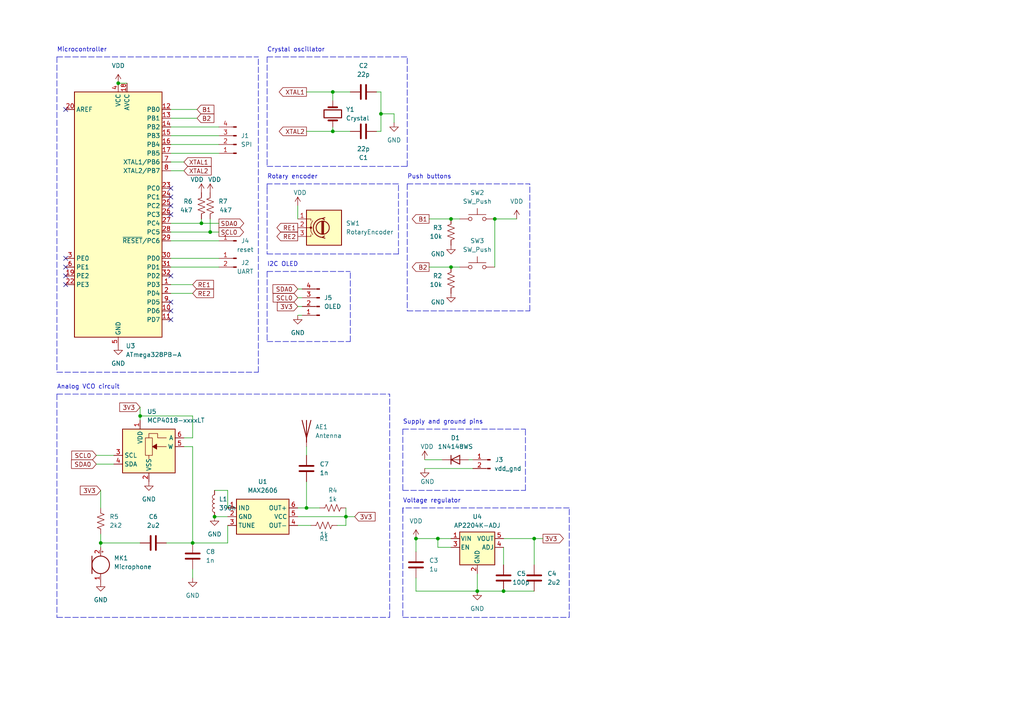
<source format=kicad_sch>
(kicad_sch (version 20230121) (generator eeschema)
  (paper "A4")
  (lib_symbols
    (symbol "Connector:Conn_01x01_Pin" (pin_names (offset 1.016) hide)
      (property "Reference" "J" (at 0 2.54 0))
      (property "Value" "Conn_01x01_Pin" (at 0 -2.54 0))
      (symbol "Conn_01x01_Pin_1_1"
        (polyline (pts (xy 1.27 0) (xy 0.8636 0)) (stroke (width 0.1524)))
        (rectangle (start 0.8636 0.127) (end 0 -0.127) (stroke (width 0.1524)) (fill (type outline)))
        (pin passive line (at 5.08 0 180) (length 3.81) (name "Pin_1") (number "1"))
      )
    )
    (symbol "Connector:Conn_01x02_Pin" (pin_names (offset 1.016) hide)
      (property "Reference" "J" (at 0 2.54 0))
      (property "Value" "Conn_01x02_Pin" (at 0 -5.08 0))
      (symbol "Conn_01x02_Pin_1_1"
        (polyline (pts (xy 1.27 -2.54) (xy 0.8636 -2.54)) (stroke (width 0.1524)))
        (polyline (pts (xy 1.27 0) (xy 0.8636 0)) (stroke (width 0.1524)))
        (rectangle (start 0.8636 -2.413) (end 0 -2.667) (stroke (width 0.1524)) (fill (type outline)))
        (rectangle (start 0.8636 0.127) (end 0 -0.127) (stroke (width 0.1524)) (fill (type outline)))
        (pin passive line (at 5.08 0 180) (length 3.81) (name "Pin_1") (number "1"))
        (pin passive line (at 5.08 -2.54 180) (length 3.81) (name "Pin_2") (number "2"))
      )
    )
    (symbol "Connector:Conn_01x04_Pin" (pin_names (offset 1.016) hide)
      (property "Reference" "J" (at 0 5.08 0))
      (property "Value" "Conn_01x04_Pin" (at 0 -7.62 0))
      (symbol "Conn_01x04_Pin_1_1"
        (polyline (pts (xy 1.27 -5.08) (xy 0.8636 -5.08)) (stroke (width 0.1524)))
        (polyline (pts (xy 1.27 -2.54) (xy 0.8636 -2.54)) (stroke (width 0.1524)))
        (polyline (pts (xy 1.27 0) (xy 0.8636 0)) (stroke (width 0.1524)))
        (polyline (pts (xy 1.27 2.54) (xy 0.8636 2.54)) (stroke (width 0.1524)))
        (rectangle (start 0.8636 -4.953) (end 0 -5.207) (stroke (width 0.1524)) (fill (type outline)))
        (rectangle (start 0.8636 -2.413) (end 0 -2.667) (stroke (width 0.1524)) (fill (type outline)))
        (rectangle (start 0.8636 0.127) (end 0 -0.127) (stroke (width 0.1524)) (fill (type outline)))
        (rectangle (start 0.8636 2.667) (end 0 2.413) (stroke (width 0.1524)) (fill (type outline)))
        (pin passive line (at 5.08 2.54 180) (length 3.81) (name "Pin_1") (number "1"))
        (pin passive line (at 5.08 0 180) (length 3.81) (name "Pin_2") (number "2"))
        (pin passive line (at 5.08 -2.54 180) (length 3.81) (name "Pin_3") (number "3"))
        (pin passive line (at 5.08 -5.08 180) (length 3.81) (name "Pin_4") (number "4"))
      )
    )
    (symbol "Device:Antenna" (pin_numbers hide) (pin_names (offset 1.016) hide)
      (property "Reference" "AE" (at -1.905 1.905 0))
      (property "Value" "Antenna" (at -1.905 0 0))
      (symbol "Antenna_0_1"
        (polyline (pts (xy 0 2.54) (xy 0 -3.81)) (stroke (width 0.254)))
        (polyline (pts (xy 1.27 2.54) (xy 0 -2.54) (xy -1.27 2.54)) (stroke (width 0.254)))
      )
      (symbol "Antenna_1_1"
        (pin input line (at 0 -5.08 90) (length 2.54) (name "A") (number "1"))
      )
    )
    (symbol "Device:C" (pin_numbers hide) (pin_names (offset 0.254))
      (property "Reference" "C" (at 0.635 2.54 0))
      (property "Value" "C" (at 0.635 -2.54 0))
      (symbol "C_0_1"
        (polyline (pts (xy -2.032 -0.762) (xy 2.032 -0.762)) (stroke (width 0.508)))
        (polyline (pts (xy -2.032 0.762) (xy 2.032 0.762)) (stroke (width 0.508)))
      )
      (symbol "C_1_1"
        (pin passive line (at 0 3.81 270) (length 2.794) (name "~") (number "1"))
        (pin passive line (at 0 -3.81 90) (length 2.794) (name "~") (number "2"))
      )
    )
    (symbol "Device:Crystal" (pin_numbers hide) (pin_names (offset 1.016) hide)
      (property "Reference" "Y" (at 0 3.81 0))
      (property "Value" "Crystal" (at 0 -3.81 0))
      (symbol "Crystal_0_1"
        (rectangle (start -1.143 2.54) (end 1.143 -2.54) (stroke (width 0.3048)))
        (polyline (pts (xy -2.54 0) (xy -1.905 0)))
        (polyline (pts (xy -1.905 -1.27) (xy -1.905 1.27)) (stroke (width 0.508)))
        (polyline (pts (xy 1.905 -1.27) (xy 1.905 1.27)) (stroke (width 0.508)))
        (polyline (pts (xy 2.54 0) (xy 1.905 0)))
      )
      (symbol "Crystal_1_1"
        (pin passive line (at -3.81 0 0) (length 1.27) (name "1") (number "1"))
        (pin passive line (at 3.81 0 180) (length 1.27) (name "2") (number "2"))
      )
    )
    (symbol "Device:L" (pin_numbers hide) (pin_names (offset 1.016) hide)
      (property "Reference" "L" (at -1.27 0 90))
      (property "Value" "L" (at 1.905 0 90))
      (symbol "L_0_1"
        (arc (start 0 -2.54) (mid 0.6323 -1.905) (end 0 -1.27))
        (arc (start 0 -1.27) (mid 0.6323 -0.635) (end 0 0))
        (arc (start 0 0) (mid 0.6323 0.635) (end 0 1.27))
        (arc (start 0 1.27) (mid 0.6323 1.905) (end 0 2.54))
      )
      (symbol "L_1_1"
        (pin passive line (at 0 3.81 270) (length 1.27) (name "1") (number "1"))
        (pin passive line (at 0 -3.81 90) (length 1.27) (name "2") (number "2"))
      )
    )
    (symbol "Device:Microphone" (pin_names (offset 0.0254) hide)
      (property "Reference" "MK" (at -3.81 1.27 0))
      (property "Value" "Microphone" (at -3.81 -0.635 0))
      (symbol "Microphone_0_1"
        (polyline (pts (xy -2.54 2.54) (xy -2.54 -2.54)) (stroke (width 0.254)))
        (polyline (pts (xy 0.254 3.81) (xy 0.762 3.81)))
        (polyline (pts (xy 0.508 4.064) (xy 0.508 3.556)))
        (circle (center 0 0) (radius 2.54) (stroke (width 0.254)))
      )
      (symbol "Microphone_1_1"
        (pin passive line (at 0 -5.08 90) (length 2.54) (name "-") (number "1"))
        (pin passive line (at 0 5.08 270) (length 2.54) (name "+") (number "2"))
      )
    )
    (symbol "Device:R_US" (pin_numbers hide) (pin_names (offset 0))
      (property "Reference" "R" (at 2.54 0 90))
      (property "Value" "R_US" (at -2.54 0 90))
      (symbol "R_US_0_1"
        (polyline (pts (xy 0 -2.286) (xy 0 -2.54)))
        (polyline (pts (xy 0 2.286) (xy 0 2.54)))
        (polyline (pts (xy 0 -0.762) (xy 1.016 -1.143) (xy 0 -1.524) (xy -1.016 -1.905) (xy 0 -2.286)))
        (polyline (pts (xy 0 0.762) (xy 1.016 0.381) (xy 0 0) (xy -1.016 -0.381) (xy 0 -0.762)))
        (polyline (pts (xy 0 2.286) (xy 1.016 1.905) (xy 0 1.524) (xy -1.016 1.143) (xy 0 0.762)))
      )
      (symbol "R_US_1_1"
        (pin passive line (at 0 3.81 270) (length 1.27) (name "~") (number "1"))
        (pin passive line (at 0 -3.81 90) (length 1.27) (name "~") (number "2"))
      )
    )
    (symbol "Device:RotaryEncoder" (pin_names (offset 0.254) hide)
      (property "Reference" "SW1" (at 6.35 1.27 0))
      (property "Value" "RotaryEncoder" (at 6.35 -1.27 0))
      (symbol "RotaryEncoder_0_1"
        (rectangle (start -5.08 5.08) (end 5.08 -5.08) (stroke (width 0.254)) (fill (type background)))
        (circle (center -3.81 0) (radius 0.254) (fill (type outline)))
        (circle (center -0.381 0) (radius 1.905) (stroke (width 0.254)))
        (arc (start -0.381 2.667) (mid -3.0988 -0.0635) (end -0.381 -2.794) (stroke (width 0.254)))
        (polyline (pts (xy -0.635 -1.778) (xy -0.635 1.778)) (stroke (width 0.254)))
        (polyline (pts (xy -0.381 -1.778) (xy -0.381 1.778)) (stroke (width 0.254)))
        (polyline (pts (xy -0.127 1.778) (xy -0.127 -1.778)) (stroke (width 0.254)))
        (polyline (pts (xy -5.08 -2.54) (xy -3.81 -2.54) (xy -3.81 -2.032)))
        (polyline (pts (xy -5.08 2.54) (xy -3.81 2.54) (xy -3.81 2.032)))
        (polyline (pts (xy 0.254 -3.048) (xy -0.508 -2.794) (xy 0.127 -2.413)) (stroke (width 0.254)))
        (polyline (pts (xy 0.254 2.921) (xy -0.508 2.667) (xy 0.127 2.286)) (stroke (width 0.254)))
        (polyline (pts (xy -5.08 0) (xy -3.81 0) (xy -3.81 -1.016) (xy -3.302 -2.032)))
        (polyline (pts (xy -4.318 0) (xy -3.81 0) (xy -3.81 1.016) (xy -3.302 2.032)))
      )
      (symbol "RotaryEncoder_1_1"
        (pin passive line (at -7.62 2.54 0) (length 2.54) (name "1") (number "1"))
        (pin passive line (at -7.62 0 0) (length 2.54) (name "2") (number "2"))
        (pin passive line (at -7.62 -2.54 0) (length 2.54) (name "3") (number "3"))
      )
    )
    (symbol "Diode:1N4148WS" (pin_numbers hide) (pin_names hide)
      (property "Reference" "D" (at 0 2.54 0))
      (property "Value" "1N4148WS" (at 0 -2.54 0))
      (symbol "1N4148WS_0_1"
        (polyline (pts (xy -1.27 1.27) (xy -1.27 -1.27)) (stroke (width 0.254)))
        (polyline (pts (xy 1.27 0) (xy -1.27 0)))
        (polyline (pts (xy 1.27 1.27) (xy 1.27 -1.27) (xy -1.27 0) (xy 1.27 1.27)) (stroke (width 0.254)))
      )
      (symbol "1N4148WS_1_1"
        (pin passive line (at -3.81 0 0) (length 2.54) (name "K") (number "1"))
        (pin passive line (at 3.81 0 180) (length 2.54) (name "A") (number "2"))
      )
    )
    (symbol "GND_1" (power) (pin_names (offset 0))
      (property "Value" "GND_1" (at 0 -3.81 0))
      (symbol "GND_1_0_1"
        (polyline (pts (xy 0 0) (xy 0 -1.27) (xy 1.27 -1.27) (xy 0 -2.54) (xy -1.27 -1.27) (xy 0 -1.27)))
      )
      (symbol "GND_1_1_1"
        (pin power_in line (at 0 0 270) (length 0) hide (name "GND") (number "1"))
      )
    )
    (symbol "GND_2" (power) (pin_names (offset 0))
      (property "Value" "GND_2" (at 0 -3.81 0))
      (symbol "GND_2_0_1"
        (polyline (pts (xy 0 0) (xy 0 -1.27) (xy 1.27 -1.27) (xy 0 -2.54) (xy -1.27 -1.27) (xy 0 -1.27)))
      )
      (symbol "GND_2_1_1"
        (pin power_in line (at 0 0 270) (length 0) hide (name "GND") (number "1"))
      )
    )
    (symbol "MAX2606_1"
      (property "Reference" "U" (at 0 6.35 0))
      (property "Value" "MAX2606" (at 0 7.62 0))
      (symbol "MAX2606_1_0_1"
        (rectangle (start -7.62 5.08) (end 7.62 -5.08) (stroke (width 0.254)) (fill (type background)))
      )
      (symbol "MAX2606_1_1_1"
        (pin input line (at -10.16 2.54 0) (length 2.54) (name "IND") (number "1"))
        (pin bidirectional line (at -10.16 0 0) (length 2.54) (name "GND") (number "2"))
        (pin input line (at -10.16 -2.54 0) (length 2.54) (name "TUNE") (number "3"))
        (pin output line (at 10.16 -2.54 180) (length 2.54) (name "OUT-") (number "4"))
        (pin power_in line (at 10.16 0 180) (length 2.54) (name "VCC") (number "5"))
        (pin output line (at 10.16 2.54 180) (length 2.54) (name "OUT+") (number "6"))
      )
    )
    (symbol "MCU_Microchip_ATmega:ATmega328PB-A"
      (property "Reference" "U" (at -12.7 36.83 0))
      (property "Value" "ATmega328PB-A" (at 2.54 -36.83 0))
      (symbol "ATmega328PB-A_0_1"
        (rectangle (start -12.7 -35.56) (end 12.7 35.56) (stroke (width 0.254)) (fill (type background)))
      )
      (symbol "ATmega328PB-A_1_1"
        (pin bidirectional line (at 15.24 -20.32 180) (length 2.54) (name "PD3") (number "1"))
        (pin bidirectional line (at 15.24 -27.94 180) (length 2.54) (name "PD6") (number "10"))
        (pin bidirectional line (at 15.24 -30.48 180) (length 2.54) (name "PD7") (number "11"))
        (pin bidirectional line (at 15.24 30.48 180) (length 2.54) (name "PB0") (number "12"))
        (pin bidirectional line (at 15.24 27.94 180) (length 2.54) (name "PB1") (number "13"))
        (pin bidirectional line (at 15.24 25.4 180) (length 2.54) (name "PB2") (number "14"))
        (pin bidirectional line (at 15.24 22.86 180) (length 2.54) (name "PB3") (number "15"))
        (pin bidirectional line (at 15.24 20.32 180) (length 2.54) (name "PB4") (number "16"))
        (pin bidirectional line (at 15.24 17.78 180) (length 2.54) (name "PB5") (number "17"))
        (pin power_in line (at 2.54 38.1 270) (length 2.54) (name "AVCC") (number "18"))
        (pin bidirectional line (at -15.24 -17.78 0) (length 2.54) (name "PE2") (number "19"))
        (pin bidirectional line (at 15.24 -22.86 180) (length 2.54) (name "PD4") (number "2"))
        (pin passive line (at -15.24 30.48 0) (length 2.54) (name "AREF") (number "20"))
        (pin passive line (at 0 -38.1 90) (length 2.54) hide (name "GND") (number "21"))
        (pin bidirectional line (at -15.24 -20.32 0) (length 2.54) (name "PE3") (number "22"))
        (pin bidirectional line (at 15.24 7.62 180) (length 2.54) (name "PC0") (number "23"))
        (pin bidirectional line (at 15.24 5.08 180) (length 2.54) (name "PC1") (number "24"))
        (pin bidirectional line (at 15.24 2.54 180) (length 2.54) (name "PC2") (number "25"))
        (pin bidirectional line (at 15.24 0 180) (length 2.54) (name "PC3") (number "26"))
        (pin bidirectional line (at 15.24 -2.54 180) (length 2.54) (name "PC4") (number "27"))
        (pin bidirectional line (at 15.24 -5.08 180) (length 2.54) (name "PC5") (number "28"))
        (pin bidirectional line (at 15.24 -7.62 180) (length 2.54) (name "~{RESET}/PC6") (number "29"))
        (pin bidirectional line (at -15.24 -12.7 0) (length 2.54) (name "PE0") (number "3"))
        (pin bidirectional line (at 15.24 -12.7 180) (length 2.54) (name "PD0") (number "30"))
        (pin bidirectional line (at 15.24 -15.24 180) (length 2.54) (name "PD1") (number "31"))
        (pin bidirectional line (at 15.24 -17.78 180) (length 2.54) (name "PD2") (number "32"))
        (pin power_in line (at 0 38.1 270) (length 2.54) (name "VCC") (number "4"))
        (pin power_in line (at 0 -38.1 90) (length 2.54) (name "GND") (number "5"))
        (pin bidirectional line (at -15.24 -15.24 0) (length 2.54) (name "PE1") (number "6"))
        (pin bidirectional line (at 15.24 15.24 180) (length 2.54) (name "XTAL1/PB6") (number "7"))
        (pin bidirectional line (at 15.24 12.7 180) (length 2.54) (name "XTAL2/PB7") (number "8"))
        (pin bidirectional line (at 15.24 -25.4 180) (length 2.54) (name "PD5") (number "9"))
      )
    )
    (symbol "Potentiometer_Digital:MCP4018-xxxxLT"
      (property "Reference" "U" (at -7.62 8.89 0))
      (property "Value" "MCP4018-xxxxLT" (at 1.27 8.89 0))
      (symbol "MCP4018-xxxxLT_0_1"
        (polyline (pts (xy 0 0) (xy 0 -1.016)))
        (polyline (pts (xy 5.08 5.08) (xy 2.54 5.08) (xy 2.54 6.35) (xy 0 6.35) (xy 0 5.08)))
      )
      (symbol "MCP4018-xxxxLT_1_1"
        (rectangle (start -7.62 7.62) (end 7.62 -5.08) (stroke (width 0.254)) (fill (type background)))
        (polyline (pts (xy 5.08 2.54) (xy 2.286 2.54)))
        (polyline (pts (xy 2.286 1.778) (xy 2.286 3.302) (xy 1.016 2.54) (xy 2.286 1.778)) (fill (type outline)))
        (rectangle (start 1.016 0) (end -1.016 5.08))
        (pin power_in line (at -2.54 10.16 270) (length 2.54) (name "VDD") (number "1"))
        (pin power_in line (at 0 -7.62 90) (length 2.54) (name "VSS") (number "2"))
        (pin input line (at -10.16 0 0) (length 2.54) (name "SCL") (number "3"))
        (pin bidirectional line (at -10.16 -2.54 0) (length 2.54) (name "SDA") (number "4"))
        (pin passive line (at 10.16 2.54 180) (length 2.54) (name "W") (number "5"))
        (pin passive line (at 10.16 5.08 180) (length 2.54) (name "A") (number "6"))
      )
    )
    (symbol "Regulator_Linear:AP2204K-ADJ" (pin_names (offset 0.254))
      (property "Reference" "U" (at -5.08 5.715 0))
      (property "Value" "AP2204K-ADJ" (at 0 5.715 0))
      (symbol "AP2204K-ADJ_0_1"
        (rectangle (start -5.08 4.445) (end 5.08 -5.08) (stroke (width 0.254)) (fill (type background)))
      )
      (symbol "AP2204K-ADJ_1_1"
        (pin power_in line (at -7.62 2.54 0) (length 2.54) (name "VIN") (number "1"))
        (pin power_in line (at 0 -7.62 90) (length 2.54) (name "GND") (number "2"))
        (pin input line (at -7.62 0 0) (length 2.54) (name "EN") (number "3"))
        (pin input line (at 7.62 0 180) (length 2.54) (name "ADJ") (number "4"))
        (pin power_out line (at 7.62 2.54 180) (length 2.54) (name "VOUT") (number "5"))
      )
    )
    (symbol "Switch:SW_Push" (pin_numbers hide) (pin_names (offset 1.016) hide)
      (property "Reference" "SW" (at 1.27 2.54 0))
      (property "Value" "SW_Push" (at 0 -1.524 0))
      (symbol "SW_Push_0_1"
        (circle (center -2.032 0) (radius 0.508))
        (polyline (pts (xy 0 1.27) (xy 0 3.048)))
        (polyline (pts (xy 2.54 1.27) (xy -2.54 1.27)))
        (circle (center 2.032 0) (radius 0.508))
        (pin passive line (at -5.08 0 0) (length 2.54) (name "1") (number "1"))
        (pin passive line (at 5.08 0 180) (length 2.54) (name "2") (number "2"))
      )
    )
    (symbol "power:GND" (power) (pin_names (offset 0))
      (property "Value" "GND" (at 0 -3.81 0))
      (symbol "GND_0_1"
        (polyline (pts (xy 0 0) (xy 0 -1.27) (xy 1.27 -1.27) (xy 0 -2.54) (xy -1.27 -1.27) (xy 0 -1.27)))
      )
      (symbol "GND_1_1"
        (pin power_in line (at 0 0 270) (length 0) hide (name "GND") (number "1"))
      )
    )
    (symbol "power:VDD" (power) (pin_names (offset 0))
      (property "Value" "VDD" (at 0 3.81 0))
      (symbol "VDD_0_1"
        (polyline (pts (xy -0.762 1.27) (xy 0 2.54)))
        (polyline (pts (xy 0 0) (xy 0 2.54)))
        (polyline (pts (xy 0 2.54) (xy 0.762 1.27)))
      )
      (symbol "VDD_1_1"
        (pin power_in line (at 0 0 90) (length 0) hide (name "VDD") (number "1"))
      )
    )
  )
  (junction (at 96.52 26.67))
  (junction (at 34.29 24.13))
  (junction (at 60.96 67.31))
  (junction (at 96.52 38.1))
  (junction (at 100.33 149.86))
  (junction (at 55.88 157.48))
  (junction (at 120.65 156.21))
  (junction (at 29.21 157.48))
  (junction (at 143.51 63.5))
  (junction (at 40.64 120.65))
  (junction (at 146.05 171.45))
  (junction (at 110.49 33.02))
  (junction (at 130.81 63.5))
  (junction (at 127 156.21))
  (junction (at 62.23 149.86))
  (junction (at 154.94 156.21))
  (junction (at 138.43 171.45))
  (junction (at 88.9 147.32))
  (junction (at 58.42 64.77))
  (junction (at 130.81 77.47))
  (no_connect (at 49.53 80.01))
  (no_connect (at 19.05 82.55))
  (no_connect (at 49.53 59.69))
  (no_connect (at 19.05 31.75))
  (no_connect (at 49.53 92.71))
  (no_connect (at 19.05 74.93))
  (no_connect (at 19.05 80.01))
  (no_connect (at 49.53 87.63))
  (no_connect (at 49.53 57.15))
  (no_connect (at 49.53 62.23))
  (no_connect (at 19.05 77.47))
  (no_connect (at 49.53 54.61))
  (no_connect (at 49.53 90.17))
  (wire (pts (xy 96.52 29.21) (xy 96.52 26.67)))
  (polyline (pts (xy 77.47 78.74) (xy 101.6 78.74)) (stroke (width 0) (type dash)))
  (polyline (pts (xy 77.47 48.26) (xy 118.11 48.26)) (stroke (width 0) (type dash)))
  (wire (pts (xy 55.88 129.54) (xy 53.34 129.54)))
  (wire (pts (xy 130.81 77.47) (xy 133.35 77.47)))
  (wire (pts (xy 55.88 129.54) (xy 55.88 157.48)))
  (wire (pts (xy 114.3 33.02) (xy 110.49 33.02)))
  (wire (pts (xy 49.53 49.53) (xy 53.34 49.53)))
  (wire (pts (xy 88.9 38.1) (xy 96.52 38.1)))
  (polyline (pts (xy 16.51 179.07) (xy 113.03 179.07)) (stroke (width 0) (type dash)))
  (polyline (pts (xy 118.11 48.26) (xy 118.11 16.51)) (stroke (width 0) (type dash)))
  (wire (pts (xy 127 156.21) (xy 120.65 156.21)))
  (polyline (pts (xy 77.47 54.61) (xy 77.47 73.66)) (stroke (width 0) (type dash)))
  (wire (pts (xy 55.88 157.48) (xy 66.04 157.48)))
  (wire (pts (xy 55.88 120.65) (xy 40.64 120.65)))
  (wire (pts (xy 34.29 24.13) (xy 36.83 24.13)))
  (wire (pts (xy 62.23 142.24) (xy 66.04 142.24)))
  (wire (pts (xy 86.36 149.86) (xy 100.33 149.86)))
  (wire (pts (xy 58.42 64.77) (xy 49.53 64.77)))
  (wire (pts (xy 130.81 156.21) (xy 127 156.21)))
  (polyline (pts (xy 16.51 16.51) (xy 74.93 16.51)) (stroke (width 0) (type dash)))
  (wire (pts (xy 154.94 156.21) (xy 154.94 163.83)))
  (wire (pts (xy 100.33 147.32) (xy 100.33 149.86)))
  (wire (pts (xy 137.16 135.89) (xy 123.19 135.89)))
  (wire (pts (xy 110.49 26.67) (xy 110.49 33.02)))
  (wire (pts (xy 49.53 34.29) (xy 57.15 34.29)))
  (wire (pts (xy 60.96 63.5) (xy 60.96 67.31)))
  (polyline (pts (xy 116.84 142.24) (xy 152.4 142.24)) (stroke (width 0) (type dash)))
  (wire (pts (xy 66.04 152.4) (xy 66.04 157.48)))
  (wire (pts (xy 109.22 26.67) (xy 110.49 26.67)))
  (polyline (pts (xy 116.84 124.46) (xy 152.4 124.46)) (stroke (width 0) (type dash)))
  (wire (pts (xy 88.9 139.7) (xy 88.9 147.32)))
  (wire (pts (xy 62.23 149.86) (xy 66.04 149.86)))
  (wire (pts (xy 138.43 166.37) (xy 138.43 171.45)))
  (wire (pts (xy 60.96 67.31) (xy 49.53 67.31)))
  (wire (pts (xy 96.52 38.1) (xy 101.6 38.1)))
  (wire (pts (xy 138.43 171.45) (xy 120.65 171.45)))
  (wire (pts (xy 130.81 63.5) (xy 133.35 63.5)))
  (wire (pts (xy 124.46 63.5) (xy 130.81 63.5)))
  (wire (pts (xy 29.21 158.75) (xy 29.21 157.48)))
  (wire (pts (xy 58.42 63.5) (xy 58.42 64.77)))
  (wire (pts (xy 110.49 33.02) (xy 110.49 38.1)))
  (wire (pts (xy 63.5 64.77) (xy 58.42 64.77)))
  (wire (pts (xy 138.43 171.45) (xy 146.05 171.45)))
  (polyline (pts (xy 165.1 179.07) (xy 165.1 147.32)) (stroke (width 0) (type dash)))
  (wire (pts (xy 55.88 127) (xy 55.88 120.65)))
  (polyline (pts (xy 77.47 73.66) (xy 115.57 73.66)) (stroke (width 0) (type dash)))
  (wire (pts (xy 114.3 35.56) (xy 114.3 33.02)))
  (wire (pts (xy 146.05 158.75) (xy 146.05 163.83)))
  (wire (pts (xy 63.5 36.83) (xy 49.53 36.83)))
  (wire (pts (xy 27.94 132.08) (xy 33.02 132.08)))
  (polyline (pts (xy 16.51 114.3) (xy 113.03 114.3)) (stroke (width 0) (type dash)))
  (wire (pts (xy 49.53 69.85) (xy 63.5 69.85)))
  (polyline (pts (xy 115.57 53.34) (xy 77.47 53.34)) (stroke (width 0) (type dash)))
  (wire (pts (xy 55.88 167.64) (xy 55.88 165.1)))
  (wire (pts (xy 146.05 171.45) (xy 154.94 171.45)))
  (wire (pts (xy 53.34 46.99) (xy 49.53 46.99)))
  (polyline (pts (xy 16.51 16.51) (xy 16.51 107.95)) (stroke (width 0) (type dash)))
  (wire (pts (xy 97.79 152.4) (xy 100.33 152.4)))
  (wire (pts (xy 63.5 41.91) (xy 49.53 41.91)))
  (wire (pts (xy 49.53 31.75) (xy 57.15 31.75)))
  (wire (pts (xy 86.36 59.69) (xy 86.36 63.5)))
  (polyline (pts (xy 118.11 53.34) (xy 118.11 90.17)) (stroke (width 0) (type dash)))
  (polyline (pts (xy 165.1 147.32) (xy 116.84 147.32)) (stroke (width 0) (type dash)))
  (wire (pts (xy 130.81 158.75) (xy 127 158.75)))
  (wire (pts (xy 120.65 156.21) (xy 120.65 160.02)))
  (polyline (pts (xy 115.57 73.66) (xy 115.57 53.34)) (stroke (width 0) (type dash)))
  (wire (pts (xy 100.33 149.86) (xy 102.87 149.86)))
  (polyline (pts (xy 116.84 179.07) (xy 165.1 179.07)) (stroke (width 0) (type dash)))
  (polyline (pts (xy 16.51 114.3) (xy 16.51 179.07)) (stroke (width 0) (type dash)))
  (wire (pts (xy 86.36 152.4) (xy 90.17 152.4)))
  (wire (pts (xy 88.9 147.32) (xy 92.71 147.32)))
  (wire (pts (xy 27.94 134.62) (xy 33.02 134.62)))
  (wire (pts (xy 63.5 44.45) (xy 49.53 44.45)))
  (wire (pts (xy 101.6 26.67) (xy 96.52 26.67)))
  (wire (pts (xy 40.64 120.65) (xy 40.64 121.92)))
  (wire (pts (xy 49.53 77.47) (xy 63.5 77.47)))
  (wire (pts (xy 63.5 67.31) (xy 60.96 67.31)))
  (wire (pts (xy 110.49 38.1) (xy 109.22 38.1)))
  (polyline (pts (xy 153.67 90.17) (xy 153.67 53.34)) (stroke (width 0) (type dash)))
  (wire (pts (xy 86.36 83.82) (xy 87.63 83.82)))
  (polyline (pts (xy 116.84 124.46) (xy 116.84 142.24)) (stroke (width 0) (type dash)))
  (wire (pts (xy 137.16 133.35) (xy 135.89 133.35)))
  (wire (pts (xy 48.26 157.48) (xy 55.88 157.48)))
  (wire (pts (xy 29.21 154.94) (xy 29.21 157.48)))
  (polyline (pts (xy 118.11 53.34) (xy 153.67 53.34)) (stroke (width 0) (type dash)))
  (polyline (pts (xy 116.84 147.32) (xy 116.84 148.59)) (stroke (width 0) (type dash)))
  (wire (pts (xy 96.52 26.67) (xy 88.9 26.67)))
  (wire (pts (xy 120.65 167.64) (xy 120.65 171.45)))
  (polyline (pts (xy 116.84 147.32) (xy 116.84 179.07)) (stroke (width 0) (type dash)))
  (wire (pts (xy 88.9 129.54) (xy 88.9 132.08)))
  (wire (pts (xy 86.36 88.9) (xy 87.63 88.9)))
  (wire (pts (xy 96.52 36.83) (xy 96.52 38.1)))
  (wire (pts (xy 143.51 63.5) (xy 149.86 63.5)))
  (polyline (pts (xy 16.51 107.95) (xy 74.93 107.95)) (stroke (width 0) (type dash)))
  (wire (pts (xy 29.21 157.48) (xy 40.64 157.48)))
  (wire (pts (xy 143.51 63.5) (xy 143.51 77.47)))
  (wire (pts (xy 100.33 152.4) (xy 100.33 149.86)))
  (polyline (pts (xy 77.47 53.34) (xy 77.47 54.61)) (stroke (width 0) (type dash)))
  (polyline (pts (xy 118.11 90.17) (xy 153.67 90.17)) (stroke (width 0) (type dash)))
  (polyline (pts (xy 77.47 16.51) (xy 77.47 48.26)) (stroke (width 0) (type dash)))
  (wire (pts (xy 29.21 142.24) (xy 29.21 147.32)))
  (wire (pts (xy 157.48 156.21) (xy 154.94 156.21)))
  (wire (pts (xy 40.64 118.11) (xy 40.64 120.65)))
  (wire (pts (xy 66.04 142.24) (xy 66.04 147.32)))
  (wire (pts (xy 86.36 86.36) (xy 87.63 86.36)))
  (polyline (pts (xy 101.6 99.06) (xy 101.6 78.74)) (stroke (width 0) (type dash)))
  (wire (pts (xy 124.46 77.47) (xy 130.81 77.47)))
  (wire (pts (xy 55.88 82.55) (xy 49.53 82.55)))
  (polyline (pts (xy 77.47 78.74) (xy 77.47 99.06)) (stroke (width 0) (type dash)))
  (wire (pts (xy 154.94 156.21) (xy 146.05 156.21)))
  (polyline (pts (xy 74.93 107.95) (xy 74.93 16.51)) (stroke (width 0) (type dash)))
  (wire (pts (xy 127 156.21) (xy 127 158.75)))
  (wire (pts (xy 49.53 74.93) (xy 63.5 74.93)))
  (wire (pts (xy 86.36 147.32) (xy 88.9 147.32)))
  (polyline (pts (xy 113.03 179.07) (xy 113.03 114.3)) (stroke (width 0) (type dash)))
  (wire (pts (xy 128.27 133.35) (xy 123.19 133.35)))
  (polyline (pts (xy 77.47 16.51) (xy 118.11 16.51)) (stroke (width 0) (type dash)))
  (wire (pts (xy 63.5 39.37) (xy 49.53 39.37)))
  (wire (pts (xy 55.88 85.09) (xy 49.53 85.09)))
  (wire (pts (xy 86.36 91.44) (xy 87.63 91.44)))
  (polyline (pts (xy 152.4 142.24) (xy 152.4 124.46)) (stroke (width 0) (type dash)))
  (wire (pts (xy 53.34 127) (xy 55.88 127)))
  (polyline (pts (xy 77.47 99.06) (xy 101.6 99.06)) (stroke (width 0) (type dash)))
  (text "Microcontroller" (at 16.51 15.24 0) (effects (font (size 1.27 1.27)) (justify left bottom)))
  (text "Analog VCO circuit" (at 16.51 113.03 0) (effects (font (size 1.27 1.27)) (justify left bottom)))
  (text "Crystal oscillator" (at 77.47 15.24 0) (effects (font (size 1.27 1.27)) (justify left bottom)))
  (text "I2C OLED" (at 77.47 77.47 0) (effects (font (size 1.27 1.27)) (justify left bottom)))
  (text "Push buttons" (at 118.11 52.07 0) (effects (font (size 1.27 1.27)) (justify left bottom)))
  (text "Supply and ground pins" (at 116.84 123.19 0) (effects (font (size 1.27 1.27)) (justify left bottom)))
  (text "Rotary encoder" (at 77.47 52.07 0) (effects (font (size 1.27 1.27)) (justify left bottom)))
  (text "Voltage regulator\n" (at 116.84 146.05 0) (effects (font (size 1.27 1.27)) (justify left bottom)))
  (global_label "3V3" (shape output) (at 157.48 156.21 0) (property "Intersheetrefs" "${INTERSHEET_REFS}" (effects hide)))
  (global_label "B2" (shape output) (at 124.46 77.47 180) (property "Intersheetrefs" "${INTERSHEET_REFS}" (effects hide)))
  (global_label "RE2" (shape output) (at 86.36 68.58 180) (property "Intersheetrefs" "${INTERSHEET_REFS}" (effects hide)))
  (global_label "RE1" (shape input) (at 55.88 82.55 0) (property "Intersheetrefs" "${INTERSHEET_REFS}" (effects hide)))
  (global_label "RE1" (shape output) (at 86.36 66.04 180) (property "Intersheetrefs" "${INTERSHEET_REFS}" (effects hide)))
  (global_label "SDA0" (shape input) (at 27.94 134.62 180) (property "Intersheetrefs" "${INTERSHEET_REFS}" (effects hide)))
  (global_label "XTAL1" (shape input) (at 53.34 46.99 0) (property "Intersheetrefs" "${INTERSHEET_REFS}" (effects hide)))
  (global_label "XTAL2" (shape input) (at 53.34 49.53 0) (property "Intersheetrefs" "${INTERSHEET_REFS}" (effects hide)))
  (global_label "XTAL2" (shape output) (at 88.9 38.1 180) (property "Intersheetrefs" "${INTERSHEET_REFS}" (effects hide)))
  (global_label "SDA0" (shape output) (at 63.5 64.77 0) (property "Intersheetrefs" "${INTERSHEET_REFS}" (effects hide)))
  (global_label "B1" (shape output) (at 124.46 63.5 180) (property "Intersheetrefs" "${INTERSHEET_REFS}" (effects hide)))
  (global_label "B2" (shape input) (at 57.15 34.29 0) (property "Intersheetrefs" "${INTERSHEET_REFS}" (effects hide)))
  (global_label "SCL0" (shape input) (at 86.36 86.36 180) (property "Intersheetrefs" "${INTERSHEET_REFS}" (effects hide)))
  (global_label "XTAL1" (shape output) (at 88.9 26.67 180) (property "Intersheetrefs" "${INTERSHEET_REFS}" (effects hide)))
  (global_label "SCL0" (shape output) (at 63.5 67.31 0) (property "Intersheetrefs" "${INTERSHEET_REFS}" (effects hide)))
  (global_label "B1" (shape input) (at 57.15 31.75 0) (property "Intersheetrefs" "${INTERSHEET_REFS}" (effects hide)))
  (global_label "RE2" (shape input) (at 55.88 85.09 0) (property "Intersheetrefs" "${INTERSHEET_REFS}" (effects hide)))
  (global_label "3V3" (shape input) (at 40.64 118.11 180) (property "Intersheetrefs" "${INTERSHEET_REFS}" (effects hide)))
  (global_label "3V3" (shape input) (at 102.87 149.86 0) (property "Intersheetrefs" "${INTERSHEET_REFS}" (effects hide)))
  (global_label "3V3" (shape input) (at 29.21 142.24 180) (property "Intersheetrefs" "${INTERSHEET_REFS}" (effects hide)))
  (global_label "SDA0" (shape input) (at 86.36 83.82 180) (property "Intersheetrefs" "${INTERSHEET_REFS}" (effects hide)))
  (global_label "SCL0" (shape input) (at 27.94 132.08 180) (property "Intersheetrefs" "${INTERSHEET_REFS}" (effects hide)))
  (global_label "3V3" (shape input) (at 86.36 88.9 180) (property "Intersheetrefs" "${INTERSHEET_REFS}" (effects hide)))
  (symbol (lib_id "Device:C") (at 154.94 167.64 0) (unit 1)
    (property "Reference" "C4" (at 158.75 166.3699 0) (effects (justify left)))
    (property "Value" "2u2" (at 158.75 168.9099 0) (effects (justify left)))
    (property "Footprint" "Capacitor_SMD:C_0603_1608Metric" (effects hide))
  )
  (symbol (lib_id "Device:Crystal") (at 96.52 33.02 90) (unit 1)
    (property "Reference" "Y1" (at 100.33 31.7499 90) (effects (justify right)))
    (property "Value" "Crystal" (at 100.33 34.2899 90) (effects (justify right)))
    (property "Footprint" "Crystal:Crystal_HC18-U_Vertical" (effects hide))
  )
  (symbol (lib_id "power:GND") (at 114.3 35.56 0) (unit 1)
    (property "Reference" "#PWR0103" (effects hide))
    (property "Value" "GND" (at 114.3 40.64 0))
  )
  (symbol (lib_id "power:GND") (at 29.21 168.91 0) (unit 1)
    (property "Reference" "#PWR0105" (effects hide))
    (property "Value" "GND" (at 29.21 173.99 0))
  )
  (symbol (lib_id "Device:C") (at 88.9 135.89 0) (unit 1)
    (property "Reference" "C7" (at 92.71 134.6199 0) (effects (justify left)))
    (property "Value" "1n" (at 92.71 137.1599 0) (effects (justify left)))
    (property "Footprint" "Capacitor_SMD:C_0603_1608Metric" (effects hide))
  )
  (symbol (lib_id "power:GND") (at 62.23 149.86 0) (unit 1)
    (property "Reference" "#PWR0102" (effects hide))
    (property "Value" "GND" (at 62.23 154.94 0))
  )
  (symbol (lib_id "Regulator_Linear:AP2204K-ADJ") (at 138.43 158.75 0) (unit 1)
    (property "Reference" "U4" (at 138.43 149.86 0))
    (property "Value" "AP2204K-ADJ" (at 138.43 152.4 0))
    (property "Footprint" "Package_TO_SOT_SMD:SOT-23-5" (effects hide))
    (property "Datasheet" "https://www.diodes.com/assets/Datasheets/AP2204.pdf" (effects hide))
  )
  (symbol (lib_id "Diode:1N4148WS") (at 132.08 133.35 0) (unit 1)
    (property "Reference" "D1" (at 132.08 127 0))
    (property "Value" "1N4148WS" (at 132.08 129.54 0))
    (property "Footprint" "Diode_SMD:D_SOD-323" (effects hide))
    (property "Datasheet" "https://www.vishay.com/docs/85751/1n4148ws.pdf" (effects hide))
    (property "Sim.Device" "D" (effects hide))
    (property "Sim.Pins" "1=K 2=A" (effects hide))
  )
  (symbol (lib_id "power:GND") (at 130.81 85.09 0) (unit 1)
    (property "Reference" "#PWR014" (effects hide))
    (property "Value" "GND" (at 127 87.63 0))
  )
  (symbol (lib_id "Device:Antenna") (at 88.9 124.46 0) (unit 1)
    (property "Reference" "AE1" (at 91.44 123.8249 0) (effects (justify left)))
    (property "Value" "Antenna" (at 91.44 126.3649 0) (effects (justify left)))
    (property "Footprint" "Connector_Coaxial:SMA_Amphenol_901-143_Horizontal" (effects hide))
  )
  (symbol (lib_id "power:VDD") (at 149.86 63.5 0) (unit 1)
    (property "Reference" "#PWR013" (effects hide))
    (property "Value" "VDD" (at 149.86 58.42 0))
  )
  (symbol (lib_name "GND_1") (lib_id "power:GND") (at 123.19 135.89 0) (unit 1)
    (property "Reference" "#PWR03" (effects hide))
    (property "Value" "GND" (at 121.92 139.7 0) (effects (justify left)))
  )
  (symbol (lib_id "Connector:Conn_01x04_Pin") (at 68.58 41.91 180) (unit 1)
    (property "Reference" "J1" (at 69.85 39.37 0) (effects (justify right)))
    (property "Value" "SPI" (at 69.85 41.91 0) (effects (justify right)))
    (property "Footprint" "Connector_PinHeader_2.54mm:PinHeader_1x04_P2.54mm_Vertical" (effects hide))
  )
  (symbol (lib_id "Device:C") (at 120.65 163.83 0) (unit 1)
    (property "Reference" "C3" (at 124.46 162.5599 0) (effects (justify left)))
    (property "Value" "1u" (at 124.46 165.0999 0) (effects (justify left)))
    (property "Footprint" "Capacitor_SMD:C_0603_1608Metric" (effects hide))
  )
  (symbol (lib_id "Connector:Conn_01x02_Pin") (at 142.24 133.35 0) (mirror y) (unit 1)
    (property "Reference" "J3" (at 144.78 133.35 0))
    (property "Value" "vdd_gnd" (at 147.32 135.89 0))
    (property "Footprint" "Connector_PinHeader_2.54mm:PinHeader_1x02_P2.54mm_Vertical" (effects hide))
  )
  (symbol (lib_id "Device:C") (at 105.41 26.67 90) (unit 1)
    (property "Reference" "C2" (at 105.41 19.05 90))
    (property "Value" "22p" (at 105.41 21.59 90))
    (property "Footprint" "Capacitor_SMD:C_0603_1608Metric" (effects hide))
  )
  (symbol (lib_id "Device:R_US") (at 93.98 152.4 270) (unit 1)
    (property "Reference" "R1" (at 93.98 156.21 90))
    (property "Value" "1k" (at 93.98 154.94 90))
    (property "Footprint" "Resistor_SMD:R_0603_1608Metric" (effects hide))
  )
  (symbol (lib_id "power:VDD") (at 120.65 156.21 0) (unit 1)
    (property "Reference" "#PWR04" (effects hide))
    (property "Value" "VDD" (at 120.65 151.13 0))
  )
  (symbol (lib_id "Device:R_US") (at 29.21 151.13 180) (unit 1)
    (property "Reference" "R5" (at 31.75 149.8599 0) (effects (justify right)))
    (property "Value" "2k2" (at 31.75 152.3999 0) (effects (justify right)))
    (property "Footprint" "Resistor_SMD:R_0603_1608Metric" (effects hide))
  )
  (symbol (lib_id "power:VDD") (at 123.19 133.35 0) (unit 1)
    (property "Reference" "#PWR05" (effects hide))
    (property "Value" "VDD" (at 121.92 129.54 0) (effects (justify left)))
  )
  (symbol (lib_id "Device:R_US") (at 96.52 147.32 270) (unit 1)
    (property "Reference" "R4" (at 96.52 142.24 90))
    (property "Value" "1k" (at 96.52 144.78 90))
    (property "Footprint" "Resistor_SMD:R_0603_1608Metric" (effects hide))
  )
  (symbol (lib_id "Connector:Conn_01x02_Pin") (at 68.58 74.93 0) (mirror y) (unit 1)
    (property "Reference" "J2" (at 71.12 76.2 0))
    (property "Value" "UART" (at 71.12 78.74 0))
    (property "Footprint" "Connector_PinHeader_2.54mm:PinHeader_1x02_P2.54mm_Vertical" (effects hide))
  )
  (symbol (lib_id "Device:R_US") (at 60.96 59.69 0) (mirror x) (unit 1)
    (property "Reference" "R7" (at 66.04 58.4199 0) (effects (justify right)))
    (property "Value" "4k7" (at 67.31 60.96 0) (effects (justify right)))
    (property "Footprint" "Resistor_SMD:R_0603_1608Metric" (effects hide))
  )
  (symbol (lib_id "Connector:Conn_01x04_Pin") (at 92.71 88.9 180) (unit 1)
    (property "Reference" "J5" (at 93.98 86.36 0) (effects (justify right)))
    (property "Value" "OLED" (at 93.98 88.9 0) (effects (justify right)))
    (property "Footprint" "Connector_PinHeader_2.54mm:PinHeader_1x04_P2.54mm_Vertical" (effects hide))
  )
  (symbol (lib_name "MAX2606_1") (lib_id "max2606:MAX2606") (at 76.2 149.86 0) (unit 1)
    (property "Reference" "U1" (at 76.2 139.7 0))
    (property "Value" "MAX2606" (at 76.2 142.24 0))
    (property "Footprint" "Package_TO_SOT_SMD:SOT-23-6" (effects hide))
  )
  (symbol (lib_id "Device:Microphone") (at 29.21 163.83 0) (unit 1)
    (property "Reference" "MK1" (at 33.02 161.8614 0) (effects (justify left)))
    (property "Value" "Microphone" (at 33.02 164.4014 0) (effects (justify left)))
    (property "Footprint" "Connector_PinHeader_2.54mm:PinHeader_1x02_P2.54mm_Vertical" (effects hide))
  )
  (symbol (lib_id "Connector:Conn_01x01_Pin") (at 68.58 69.85 180) (unit 1)
    (property "Reference" "J4" (at 71.12 69.85 0))
    (property "Value" "reset" (at 71.12 72.39 0))
    (property "Footprint" "Connector_PinHeader_2.54mm:PinHeader_1x01_P2.54mm_Vertical" (effects hide))
  )
  (symbol (lib_id "Device:RotaryEncoder") (at 93.98 66.04 0) (unit 1)
    (property "Reference" "SW1" (at 100.33 64.77 0) (effects (justify left)))
    (property "Value" "RotaryEncoder" (at 100.33 67.31 0) (effects (justify left)))
    (property "Footprint" "Connector_PinHeader_2.54mm:PinHeader_1x03_P2.54mm_Vertical" (effects hide))
  )
  (symbol (lib_id "Device:C") (at 146.05 167.64 0) (unit 1)
    (property "Reference" "C5" (at 149.86 166.37 0) (effects (justify left)))
    (property "Value" "100p" (at 148.59 168.91 0) (effects (justify left)))
    (property "Footprint" "Capacitor_SMD:C_0603_1608Metric" (effects hide))
  )
  (symbol (lib_id "Device:C") (at 105.41 38.1 90) (mirror x) (unit 1)
    (property "Reference" "C1" (at 105.41 45.72 90))
    (property "Value" "22p" (at 105.41 43.18 90))
    (property "Footprint" "Capacitor_SMD:C_0603_1608Metric" (effects hide))
  )
  (symbol (lib_id "Device:R_US") (at 130.81 81.28 0) (mirror x) (unit 1)
    (property "Reference" "R2" (at 128.27 80.0099 0) (effects (justify right)))
    (property "Value" "10k" (at 128.27 82.5499 0) (effects (justify right)))
    (property "Footprint" "Resistor_SMD:R_0603_1608Metric" (effects hide))
  )
  (symbol (lib_id "power:GND") (at 130.81 71.12 0) (unit 1)
    (property "Reference" "#PWR07" (effects hide))
    (property "Value" "GND" (at 127 73.66 0))
  )
  (symbol (lib_id "power:VDD") (at 34.29 24.13 0) (unit 1)
    (property "Reference" "#PWR06" (effects hide))
    (property "Value" "VDD" (at 34.29 19.05 0))
  )
  (symbol (lib_id "Switch:SW_Push") (at 138.43 77.47 0) (unit 1)
    (property "Reference" "SW3" (at 138.43 69.85 0))
    (property "Value" "SW_Push" (at 138.43 72.39 0))
    (property "Footprint" "Connector_PinHeader_2.54mm:PinHeader_1x02_P2.54mm_Vertical" (effects hide))
  )
  (symbol (lib_id "power:VDD") (at 86.36 59.69 0) (unit 1)
    (property "Reference" "#PWR012" (effects hide))
    (property "Value" "VDD" (at 85.09 55.88 0) (effects (justify left)))
  )
  (symbol (lib_id "Switch:SW_Push") (at 138.43 63.5 0) (unit 1)
    (property "Reference" "SW2" (at 138.43 55.88 0))
    (property "Value" "SW_Push" (at 138.43 58.42 0))
    (property "Footprint" "Connector_PinHeader_2.54mm:PinHeader_1x02_P2.54mm_Vertical" (effects hide))
  )
  (symbol (lib_name "GND_2") (lib_id "power:GND") (at 138.43 171.45 0) (unit 1)
    (property "Reference" "#PWR011" (effects hide))
    (property "Value" "GND" (at 138.43 176.53 0))
  )
  (symbol (lib_id "power:GND") (at 43.18 139.7 0) (unit 1)
    (property "Reference" "#PWR0101" (effects hide))
    (property "Value" "GND" (at 43.18 144.78 0))
  )
  (symbol (lib_id "Device:C") (at 55.88 161.29 0) (unit 1)
    (property "Reference" "C8" (at 59.69 160.0199 0) (effects (justify left)))
    (property "Value" "1n" (at 59.69 162.5599 0) (effects (justify left)))
    (property "Footprint" "Capacitor_SMD:C_0603_1608Metric" (effects hide))
  )
  (symbol (lib_id "Device:R_US") (at 130.81 67.31 0) (mirror x) (unit 1)
    (property "Reference" "R3" (at 128.27 66.0399 0) (effects (justify right)))
    (property "Value" "10k" (at 128.27 68.5799 0) (effects (justify right)))
    (property "Footprint" "Resistor_SMD:R_0603_1608Metric" (effects hide))
  )
  (symbol (lib_id "Device:L") (at 62.23 146.05 180) (unit 1)
    (property "Reference" "L1" (at 63.5 144.7799 0) (effects (justify right)))
    (property "Value" "390n" (at 63.5 147.3199 0) (effects (justify right)))
    (property "Footprint" "Inductor_SMD:L_0603_1608Metric" (effects hide))
  )
  (symbol (lib_id "Device:R_US") (at 58.42 59.69 0) (mirror x) (unit 1)
    (property "Reference" "R6" (at 55.88 58.4199 0) (effects (justify right)))
    (property "Value" "4k7" (at 55.88 60.9599 0) (effects (justify right)))
    (property "Footprint" "Resistor_SMD:R_0603_1608Metric" (effects hide))
  )
  (symbol (lib_id "power:GND") (at 55.88 167.64 0) (unit 1)
    (property "Reference" "#PWR0104" (effects hide))
    (property "Value" "GND" (at 55.88 172.72 0))
  )
  (symbol (lib_id "power:VDD") (at 58.42 55.88 0) (unit 1)
    (property "Reference" "#PWR08" (effects hide))
    (property "Value" "VDD" (at 57.15 52.07 0))
  )
  (symbol (lib_name "GND_2") (lib_id "power:GND") (at 34.29 100.33 0) (unit 1)
    (property "Reference" "#PWR02" (effects hide))
    (property "Value" "GND" (at 34.29 105.41 0))
  )
  (symbol (lib_name "GND_1") (lib_id "power:GND") (at 86.36 91.44 0) (unit 1)
    (property "Reference" "#PWR01" (effects hide))
    (property "Value" "GND" (at 86.36 96.52 0))
  )
  (symbol (lib_id "MCU_Microchip_ATmega:ATmega328PB-A") (at 34.29 62.23 0) (unit 1)
    (property "Reference" "U3" (at 36.4841 100.33 0) (effects (justify left)))
    (property "Value" "ATmega328PB-A" (at 36.4841 102.87 0) (effects (justify left)))
    (property "Footprint" "Package_QFP:TQFP-32_7x7mm_P0.8mm" (effects hide))
    (property "Datasheet" "http://ww1.microchip.com/downloads/en/DeviceDoc/40001906C.pdf" (effects hide))
  )
  (symbol (lib_id "Potentiometer_Digital:MCP4018-xxxxLT") (at 43.18 132.08 0) (unit 1)
    (property "Reference" "U5" (at 42.6594 119.38 0) (effects (justify left)))
    (property "Value" "MCP4018-xxxxLT" (at 42.6594 121.92 0) (effects (justify left)))
    (property "Footprint" "Package_TO_SOT_SMD:SOT-363_SC-70-6" (effects hide))
    (property "Datasheet" "http://ww1.microchip.com/downloads/en/DeviceDoc/22147a.pdf" (effects hide))
  )
  (symbol (lib_id "Device:C") (at 44.45 157.48 90) (unit 1)
    (property "Reference" "C6" (at 44.45 149.86 90))
    (property "Value" "2u2" (at 44.45 152.4 90))
    (property "Footprint" "Capacitor_SMD:C_0603_1608Metric" (effects hide))
  )
  (symbol (lib_id "power:VDD") (at 60.96 55.88 0) (unit 1)
    (property "Reference" "#PWR09" (effects hide))
    (property "Value" "VDD" (at 62.23 52.07 0))
  )
)
</source>
